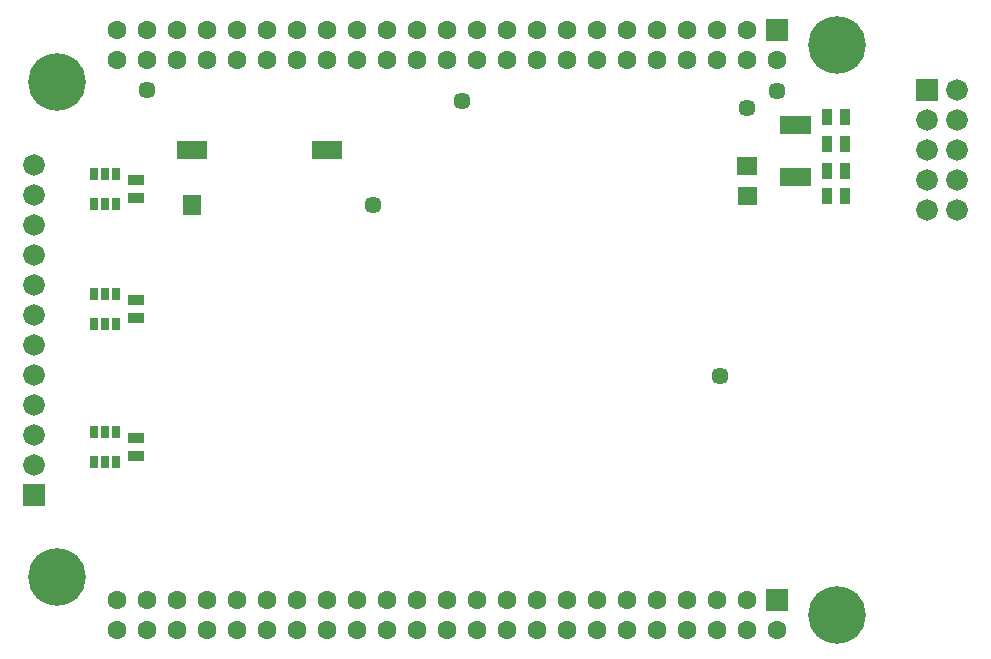
<source format=gbs>
G04 (created by PCBNEW (2013-05-31 BZR 4019)-stable) date 7/19/2013 4:54:48 PM*
%MOIN*%
G04 Gerber Fmt 3.4, Leading zero omitted, Abs format*
%FSLAX34Y34*%
G01*
G70*
G90*
G04 APERTURE LIST*
%ADD10C,0.00590551*%
%ADD11R,0.037X0.062*%
%ADD12R,0.028X0.062*%
%ADD13R,0.062X0.037*%
%ADD14R,0.057X0.037*%
%ADD15R,0.037X0.057*%
%ADD16R,0.072X0.072*%
%ADD17C,0.072*%
%ADD18C,0.057*%
%ADD19C,0.192*%
%ADD20R,0.077X0.077*%
%ADD21C,0.0632*%
%ADD22R,0.0316X0.0434*%
G04 APERTURE END LIST*
G54D10*
G54D11*
X-2818Y-5050D03*
X-3137Y-5050D03*
X-2843Y-4050D03*
X-3162Y-4050D03*
X-21180Y-3500D03*
X-21500Y-3500D03*
X-21820Y-3500D03*
X-16680Y-3500D03*
X-17000Y-3500D03*
X-17320Y-3500D03*
G54D12*
X-990Y-4425D03*
X-1245Y-4425D03*
X-1505Y-4425D03*
X-1760Y-4425D03*
X-1760Y-2675D03*
X-1505Y-2675D03*
X-1245Y-2675D03*
X-990Y-2675D03*
G54D13*
X-21500Y-5173D03*
X-21500Y-5527D03*
G54D14*
X-23350Y-5100D03*
X-23350Y-4500D03*
X-23350Y-13700D03*
X-23350Y-13100D03*
X-23350Y-9100D03*
X-23350Y-8500D03*
G54D15*
X275Y-2425D03*
X-325Y-2425D03*
X275Y-4225D03*
X-325Y-4225D03*
X275Y-3325D03*
X-325Y-3325D03*
X275Y-5050D03*
X-325Y-5050D03*
G54D16*
X3000Y-1500D03*
G54D17*
X4000Y-1500D03*
X3000Y-2500D03*
X4000Y-2500D03*
X3000Y-3500D03*
X4000Y-3500D03*
X3000Y-4500D03*
X4000Y-4500D03*
X3000Y-5500D03*
X4000Y-5500D03*
X-26750Y-4000D03*
X-26750Y-5000D03*
X-26750Y-6000D03*
X-26750Y-7000D03*
X-26750Y-8000D03*
X-26750Y-9000D03*
G54D16*
X-26750Y-15000D03*
G54D17*
X-26750Y-14000D03*
X-26750Y-13000D03*
X-26750Y-12000D03*
X-26750Y-11000D03*
X-26750Y-10000D03*
G54D18*
X-2000Y-1550D03*
G54D19*
X-26000Y-1250D03*
X0Y0D03*
X0Y-19000D03*
X-26000Y-17750D03*
G54D20*
X-2000Y500D03*
G54D21*
X-2000Y-500D03*
X-3000Y500D03*
X-3000Y-500D03*
X-4000Y500D03*
X-4000Y-500D03*
X-5000Y500D03*
X-5000Y-500D03*
X-6000Y500D03*
X-6000Y-500D03*
X-7000Y500D03*
X-7000Y-500D03*
X-8000Y500D03*
X-8000Y-500D03*
X-9000Y500D03*
X-9000Y-500D03*
X-10000Y500D03*
X-10000Y-500D03*
X-11000Y500D03*
X-11000Y-500D03*
X-12000Y500D03*
X-12000Y-500D03*
X-13000Y500D03*
X-13000Y-500D03*
X-14000Y500D03*
X-14000Y-500D03*
X-15000Y500D03*
X-15000Y-500D03*
X-16000Y500D03*
X-16000Y-500D03*
X-17000Y500D03*
X-17000Y-500D03*
X-18000Y500D03*
X-18000Y-500D03*
X-19000Y500D03*
X-19000Y-500D03*
X-20000Y500D03*
X-20000Y-500D03*
X-21000Y500D03*
X-21000Y-500D03*
X-22000Y500D03*
X-22000Y-500D03*
X-23000Y500D03*
X-23000Y-500D03*
X-24000Y500D03*
X-24000Y-500D03*
G54D20*
X-2000Y-18500D03*
G54D21*
X-2000Y-19500D03*
X-3000Y-18500D03*
X-3000Y-19500D03*
X-4000Y-18500D03*
X-4000Y-19500D03*
X-5000Y-18500D03*
X-5000Y-19500D03*
X-6000Y-18500D03*
X-6000Y-19500D03*
X-7000Y-18500D03*
X-7000Y-19500D03*
X-8000Y-18500D03*
X-8000Y-19500D03*
X-9000Y-18500D03*
X-9000Y-19500D03*
X-10000Y-18500D03*
X-10000Y-19500D03*
X-11000Y-18500D03*
X-11000Y-19500D03*
X-12000Y-18500D03*
X-12000Y-19500D03*
X-13000Y-18500D03*
X-13000Y-19500D03*
X-14000Y-18500D03*
X-14000Y-19500D03*
X-15000Y-18500D03*
X-15000Y-19500D03*
X-16000Y-18500D03*
X-16000Y-19500D03*
X-17000Y-18500D03*
X-17000Y-19500D03*
X-18000Y-18500D03*
X-18000Y-19500D03*
X-19000Y-18500D03*
X-19000Y-19500D03*
X-20000Y-18500D03*
X-20000Y-19500D03*
X-21000Y-18500D03*
X-21000Y-19500D03*
X-22000Y-18500D03*
X-22000Y-19500D03*
X-23000Y-18500D03*
X-23000Y-19500D03*
X-24000Y-18500D03*
X-24000Y-19500D03*
G54D18*
X-12500Y-1875D03*
X-3000Y-2125D03*
X-23000Y-1525D03*
X-15475Y-5350D03*
X-3900Y-11050D03*
G54D22*
X-24775Y-9300D03*
X-24400Y-9300D03*
X-24025Y-9300D03*
X-24025Y-8300D03*
X-24400Y-8300D03*
X-24775Y-8300D03*
X-24775Y-5300D03*
X-24400Y-5300D03*
X-24025Y-5300D03*
X-24025Y-4300D03*
X-24400Y-4300D03*
X-24775Y-4300D03*
X-24775Y-13900D03*
X-24400Y-13900D03*
X-24025Y-13900D03*
X-24025Y-12900D03*
X-24400Y-12900D03*
X-24775Y-12900D03*
M02*

</source>
